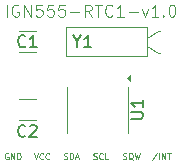
<source format=gbr>
%TF.GenerationSoftware,KiCad,Pcbnew,8.0.5*%
%TF.CreationDate,2025-10-26T06:15:10+01:00*%
%TF.ProjectId,FRTC8563S,46525443-3835-4363-9353-2e6b69636164,rev?*%
%TF.SameCoordinates,Original*%
%TF.FileFunction,Legend,Top*%
%TF.FilePolarity,Positive*%
%FSLAX46Y46*%
G04 Gerber Fmt 4.6, Leading zero omitted, Abs format (unit mm)*
G04 Created by KiCad (PCBNEW 8.0.5) date 2025-10-26 06:15:10*
%MOMM*%
%LPD*%
G01*
G04 APERTURE LIST*
%ADD10C,0.100000*%
%ADD11C,0.150000*%
%ADD12C,0.120000*%
G04 APERTURE END LIST*
D10*
X148661027Y-56909800D02*
X148732455Y-56933609D01*
X148732455Y-56933609D02*
X148851503Y-56933609D01*
X148851503Y-56933609D02*
X148899122Y-56909800D01*
X148899122Y-56909800D02*
X148922931Y-56885990D01*
X148922931Y-56885990D02*
X148946741Y-56838371D01*
X148946741Y-56838371D02*
X148946741Y-56790752D01*
X148946741Y-56790752D02*
X148922931Y-56743133D01*
X148922931Y-56743133D02*
X148899122Y-56719323D01*
X148899122Y-56719323D02*
X148851503Y-56695514D01*
X148851503Y-56695514D02*
X148756265Y-56671704D01*
X148756265Y-56671704D02*
X148708646Y-56647895D01*
X148708646Y-56647895D02*
X148684836Y-56624085D01*
X148684836Y-56624085D02*
X148661027Y-56576466D01*
X148661027Y-56576466D02*
X148661027Y-56528847D01*
X148661027Y-56528847D02*
X148684836Y-56481228D01*
X148684836Y-56481228D02*
X148708646Y-56457419D01*
X148708646Y-56457419D02*
X148756265Y-56433609D01*
X148756265Y-56433609D02*
X148875312Y-56433609D01*
X148875312Y-56433609D02*
X148946741Y-56457419D01*
X149446740Y-56885990D02*
X149422931Y-56909800D01*
X149422931Y-56909800D02*
X149351502Y-56933609D01*
X149351502Y-56933609D02*
X149303883Y-56933609D01*
X149303883Y-56933609D02*
X149232455Y-56909800D01*
X149232455Y-56909800D02*
X149184836Y-56862180D01*
X149184836Y-56862180D02*
X149161026Y-56814561D01*
X149161026Y-56814561D02*
X149137217Y-56719323D01*
X149137217Y-56719323D02*
X149137217Y-56647895D01*
X149137217Y-56647895D02*
X149161026Y-56552657D01*
X149161026Y-56552657D02*
X149184836Y-56505038D01*
X149184836Y-56505038D02*
X149232455Y-56457419D01*
X149232455Y-56457419D02*
X149303883Y-56433609D01*
X149303883Y-56433609D02*
X149351502Y-56433609D01*
X149351502Y-56433609D02*
X149422931Y-56457419D01*
X149422931Y-56457419D02*
X149446740Y-56481228D01*
X149899121Y-56933609D02*
X149661026Y-56933609D01*
X149661026Y-56933609D02*
X149661026Y-56433609D01*
X141303884Y-44872419D02*
X141303884Y-43872419D01*
X142303883Y-43920038D02*
X142208645Y-43872419D01*
X142208645Y-43872419D02*
X142065788Y-43872419D01*
X142065788Y-43872419D02*
X141922931Y-43920038D01*
X141922931Y-43920038D02*
X141827693Y-44015276D01*
X141827693Y-44015276D02*
X141780074Y-44110514D01*
X141780074Y-44110514D02*
X141732455Y-44300990D01*
X141732455Y-44300990D02*
X141732455Y-44443847D01*
X141732455Y-44443847D02*
X141780074Y-44634323D01*
X141780074Y-44634323D02*
X141827693Y-44729561D01*
X141827693Y-44729561D02*
X141922931Y-44824800D01*
X141922931Y-44824800D02*
X142065788Y-44872419D01*
X142065788Y-44872419D02*
X142161026Y-44872419D01*
X142161026Y-44872419D02*
X142303883Y-44824800D01*
X142303883Y-44824800D02*
X142351502Y-44777180D01*
X142351502Y-44777180D02*
X142351502Y-44443847D01*
X142351502Y-44443847D02*
X142161026Y-44443847D01*
X142780074Y-44872419D02*
X142780074Y-43872419D01*
X142780074Y-43872419D02*
X143351502Y-44872419D01*
X143351502Y-44872419D02*
X143351502Y-43872419D01*
X144303883Y-43872419D02*
X143827693Y-43872419D01*
X143827693Y-43872419D02*
X143780074Y-44348609D01*
X143780074Y-44348609D02*
X143827693Y-44300990D01*
X143827693Y-44300990D02*
X143922931Y-44253371D01*
X143922931Y-44253371D02*
X144161026Y-44253371D01*
X144161026Y-44253371D02*
X144256264Y-44300990D01*
X144256264Y-44300990D02*
X144303883Y-44348609D01*
X144303883Y-44348609D02*
X144351502Y-44443847D01*
X144351502Y-44443847D02*
X144351502Y-44681942D01*
X144351502Y-44681942D02*
X144303883Y-44777180D01*
X144303883Y-44777180D02*
X144256264Y-44824800D01*
X144256264Y-44824800D02*
X144161026Y-44872419D01*
X144161026Y-44872419D02*
X143922931Y-44872419D01*
X143922931Y-44872419D02*
X143827693Y-44824800D01*
X143827693Y-44824800D02*
X143780074Y-44777180D01*
X145256264Y-43872419D02*
X144780074Y-43872419D01*
X144780074Y-43872419D02*
X144732455Y-44348609D01*
X144732455Y-44348609D02*
X144780074Y-44300990D01*
X144780074Y-44300990D02*
X144875312Y-44253371D01*
X144875312Y-44253371D02*
X145113407Y-44253371D01*
X145113407Y-44253371D02*
X145208645Y-44300990D01*
X145208645Y-44300990D02*
X145256264Y-44348609D01*
X145256264Y-44348609D02*
X145303883Y-44443847D01*
X145303883Y-44443847D02*
X145303883Y-44681942D01*
X145303883Y-44681942D02*
X145256264Y-44777180D01*
X145256264Y-44777180D02*
X145208645Y-44824800D01*
X145208645Y-44824800D02*
X145113407Y-44872419D01*
X145113407Y-44872419D02*
X144875312Y-44872419D01*
X144875312Y-44872419D02*
X144780074Y-44824800D01*
X144780074Y-44824800D02*
X144732455Y-44777180D01*
X146208645Y-43872419D02*
X145732455Y-43872419D01*
X145732455Y-43872419D02*
X145684836Y-44348609D01*
X145684836Y-44348609D02*
X145732455Y-44300990D01*
X145732455Y-44300990D02*
X145827693Y-44253371D01*
X145827693Y-44253371D02*
X146065788Y-44253371D01*
X146065788Y-44253371D02*
X146161026Y-44300990D01*
X146161026Y-44300990D02*
X146208645Y-44348609D01*
X146208645Y-44348609D02*
X146256264Y-44443847D01*
X146256264Y-44443847D02*
X146256264Y-44681942D01*
X146256264Y-44681942D02*
X146208645Y-44777180D01*
X146208645Y-44777180D02*
X146161026Y-44824800D01*
X146161026Y-44824800D02*
X146065788Y-44872419D01*
X146065788Y-44872419D02*
X145827693Y-44872419D01*
X145827693Y-44872419D02*
X145732455Y-44824800D01*
X145732455Y-44824800D02*
X145684836Y-44777180D01*
X146684836Y-44491466D02*
X147446741Y-44491466D01*
X148494359Y-44872419D02*
X148161026Y-44396228D01*
X147922931Y-44872419D02*
X147922931Y-43872419D01*
X147922931Y-43872419D02*
X148303883Y-43872419D01*
X148303883Y-43872419D02*
X148399121Y-43920038D01*
X148399121Y-43920038D02*
X148446740Y-43967657D01*
X148446740Y-43967657D02*
X148494359Y-44062895D01*
X148494359Y-44062895D02*
X148494359Y-44205752D01*
X148494359Y-44205752D02*
X148446740Y-44300990D01*
X148446740Y-44300990D02*
X148399121Y-44348609D01*
X148399121Y-44348609D02*
X148303883Y-44396228D01*
X148303883Y-44396228D02*
X147922931Y-44396228D01*
X148780074Y-43872419D02*
X149351502Y-43872419D01*
X149065788Y-44872419D02*
X149065788Y-43872419D01*
X150256264Y-44777180D02*
X150208645Y-44824800D01*
X150208645Y-44824800D02*
X150065788Y-44872419D01*
X150065788Y-44872419D02*
X149970550Y-44872419D01*
X149970550Y-44872419D02*
X149827693Y-44824800D01*
X149827693Y-44824800D02*
X149732455Y-44729561D01*
X149732455Y-44729561D02*
X149684836Y-44634323D01*
X149684836Y-44634323D02*
X149637217Y-44443847D01*
X149637217Y-44443847D02*
X149637217Y-44300990D01*
X149637217Y-44300990D02*
X149684836Y-44110514D01*
X149684836Y-44110514D02*
X149732455Y-44015276D01*
X149732455Y-44015276D02*
X149827693Y-43920038D01*
X149827693Y-43920038D02*
X149970550Y-43872419D01*
X149970550Y-43872419D02*
X150065788Y-43872419D01*
X150065788Y-43872419D02*
X150208645Y-43920038D01*
X150208645Y-43920038D02*
X150256264Y-43967657D01*
X151208645Y-44872419D02*
X150637217Y-44872419D01*
X150922931Y-44872419D02*
X150922931Y-43872419D01*
X150922931Y-43872419D02*
X150827693Y-44015276D01*
X150827693Y-44015276D02*
X150732455Y-44110514D01*
X150732455Y-44110514D02*
X150637217Y-44158133D01*
X151637217Y-44491466D02*
X152399122Y-44491466D01*
X152780074Y-44205752D02*
X153018169Y-44872419D01*
X153018169Y-44872419D02*
X153256264Y-44205752D01*
X154161026Y-44872419D02*
X153589598Y-44872419D01*
X153875312Y-44872419D02*
X153875312Y-43872419D01*
X153875312Y-43872419D02*
X153780074Y-44015276D01*
X153780074Y-44015276D02*
X153684836Y-44110514D01*
X153684836Y-44110514D02*
X153589598Y-44158133D01*
X154589598Y-44777180D02*
X154637217Y-44824800D01*
X154637217Y-44824800D02*
X154589598Y-44872419D01*
X154589598Y-44872419D02*
X154541979Y-44824800D01*
X154541979Y-44824800D02*
X154589598Y-44777180D01*
X154589598Y-44777180D02*
X154589598Y-44872419D01*
X155256264Y-43872419D02*
X155351502Y-43872419D01*
X155351502Y-43872419D02*
X155446740Y-43920038D01*
X155446740Y-43920038D02*
X155494359Y-43967657D01*
X155494359Y-43967657D02*
X155541978Y-44062895D01*
X155541978Y-44062895D02*
X155589597Y-44253371D01*
X155589597Y-44253371D02*
X155589597Y-44491466D01*
X155589597Y-44491466D02*
X155541978Y-44681942D01*
X155541978Y-44681942D02*
X155494359Y-44777180D01*
X155494359Y-44777180D02*
X155446740Y-44824800D01*
X155446740Y-44824800D02*
X155351502Y-44872419D01*
X155351502Y-44872419D02*
X155256264Y-44872419D01*
X155256264Y-44872419D02*
X155161026Y-44824800D01*
X155161026Y-44824800D02*
X155113407Y-44777180D01*
X155113407Y-44777180D02*
X155065788Y-44681942D01*
X155065788Y-44681942D02*
X155018169Y-44491466D01*
X155018169Y-44491466D02*
X155018169Y-44253371D01*
X155018169Y-44253371D02*
X155065788Y-44062895D01*
X155065788Y-44062895D02*
X155113407Y-43967657D01*
X155113407Y-43967657D02*
X155161026Y-43920038D01*
X155161026Y-43920038D02*
X155256264Y-43872419D01*
X141446741Y-56457419D02*
X141399122Y-56433609D01*
X141399122Y-56433609D02*
X141327693Y-56433609D01*
X141327693Y-56433609D02*
X141256265Y-56457419D01*
X141256265Y-56457419D02*
X141208646Y-56505038D01*
X141208646Y-56505038D02*
X141184836Y-56552657D01*
X141184836Y-56552657D02*
X141161027Y-56647895D01*
X141161027Y-56647895D02*
X141161027Y-56719323D01*
X141161027Y-56719323D02*
X141184836Y-56814561D01*
X141184836Y-56814561D02*
X141208646Y-56862180D01*
X141208646Y-56862180D02*
X141256265Y-56909800D01*
X141256265Y-56909800D02*
X141327693Y-56933609D01*
X141327693Y-56933609D02*
X141375312Y-56933609D01*
X141375312Y-56933609D02*
X141446741Y-56909800D01*
X141446741Y-56909800D02*
X141470550Y-56885990D01*
X141470550Y-56885990D02*
X141470550Y-56719323D01*
X141470550Y-56719323D02*
X141375312Y-56719323D01*
X141684836Y-56933609D02*
X141684836Y-56433609D01*
X141684836Y-56433609D02*
X141970550Y-56933609D01*
X141970550Y-56933609D02*
X141970550Y-56433609D01*
X142208646Y-56933609D02*
X142208646Y-56433609D01*
X142208646Y-56433609D02*
X142327694Y-56433609D01*
X142327694Y-56433609D02*
X142399122Y-56457419D01*
X142399122Y-56457419D02*
X142446741Y-56505038D01*
X142446741Y-56505038D02*
X142470551Y-56552657D01*
X142470551Y-56552657D02*
X142494360Y-56647895D01*
X142494360Y-56647895D02*
X142494360Y-56719323D01*
X142494360Y-56719323D02*
X142470551Y-56814561D01*
X142470551Y-56814561D02*
X142446741Y-56862180D01*
X142446741Y-56862180D02*
X142399122Y-56909800D01*
X142399122Y-56909800D02*
X142327694Y-56933609D01*
X142327694Y-56933609D02*
X142208646Y-56933609D01*
X154041979Y-56409800D02*
X153613408Y-57052657D01*
X154208646Y-56933609D02*
X154208646Y-56433609D01*
X154446741Y-56933609D02*
X154446741Y-56433609D01*
X154446741Y-56433609D02*
X154732455Y-56933609D01*
X154732455Y-56933609D02*
X154732455Y-56433609D01*
X154899123Y-56433609D02*
X155184837Y-56433609D01*
X155041980Y-56933609D02*
X155041980Y-56433609D01*
X151161027Y-56909800D02*
X151232455Y-56933609D01*
X151232455Y-56933609D02*
X151351503Y-56933609D01*
X151351503Y-56933609D02*
X151399122Y-56909800D01*
X151399122Y-56909800D02*
X151422931Y-56885990D01*
X151422931Y-56885990D02*
X151446741Y-56838371D01*
X151446741Y-56838371D02*
X151446741Y-56790752D01*
X151446741Y-56790752D02*
X151422931Y-56743133D01*
X151422931Y-56743133D02*
X151399122Y-56719323D01*
X151399122Y-56719323D02*
X151351503Y-56695514D01*
X151351503Y-56695514D02*
X151256265Y-56671704D01*
X151256265Y-56671704D02*
X151208646Y-56647895D01*
X151208646Y-56647895D02*
X151184836Y-56624085D01*
X151184836Y-56624085D02*
X151161027Y-56576466D01*
X151161027Y-56576466D02*
X151161027Y-56528847D01*
X151161027Y-56528847D02*
X151184836Y-56481228D01*
X151184836Y-56481228D02*
X151208646Y-56457419D01*
X151208646Y-56457419D02*
X151256265Y-56433609D01*
X151256265Y-56433609D02*
X151375312Y-56433609D01*
X151375312Y-56433609D02*
X151446741Y-56457419D01*
X151994359Y-56981228D02*
X151946740Y-56957419D01*
X151946740Y-56957419D02*
X151899121Y-56909800D01*
X151899121Y-56909800D02*
X151827693Y-56838371D01*
X151827693Y-56838371D02*
X151780074Y-56814561D01*
X151780074Y-56814561D02*
X151732455Y-56814561D01*
X151756264Y-56933609D02*
X151708645Y-56909800D01*
X151708645Y-56909800D02*
X151661026Y-56862180D01*
X151661026Y-56862180D02*
X151637217Y-56766942D01*
X151637217Y-56766942D02*
X151637217Y-56600276D01*
X151637217Y-56600276D02*
X151661026Y-56505038D01*
X151661026Y-56505038D02*
X151708645Y-56457419D01*
X151708645Y-56457419D02*
X151756264Y-56433609D01*
X151756264Y-56433609D02*
X151851502Y-56433609D01*
X151851502Y-56433609D02*
X151899121Y-56457419D01*
X151899121Y-56457419D02*
X151946740Y-56505038D01*
X151946740Y-56505038D02*
X151970550Y-56600276D01*
X151970550Y-56600276D02*
X151970550Y-56766942D01*
X151970550Y-56766942D02*
X151946740Y-56862180D01*
X151946740Y-56862180D02*
X151899121Y-56909800D01*
X151899121Y-56909800D02*
X151851502Y-56933609D01*
X151851502Y-56933609D02*
X151756264Y-56933609D01*
X152137217Y-56433609D02*
X152256265Y-56933609D01*
X152256265Y-56933609D02*
X152351503Y-56576466D01*
X152351503Y-56576466D02*
X152446741Y-56933609D01*
X152446741Y-56933609D02*
X152565789Y-56433609D01*
X146161027Y-56909800D02*
X146232455Y-56933609D01*
X146232455Y-56933609D02*
X146351503Y-56933609D01*
X146351503Y-56933609D02*
X146399122Y-56909800D01*
X146399122Y-56909800D02*
X146422931Y-56885990D01*
X146422931Y-56885990D02*
X146446741Y-56838371D01*
X146446741Y-56838371D02*
X146446741Y-56790752D01*
X146446741Y-56790752D02*
X146422931Y-56743133D01*
X146422931Y-56743133D02*
X146399122Y-56719323D01*
X146399122Y-56719323D02*
X146351503Y-56695514D01*
X146351503Y-56695514D02*
X146256265Y-56671704D01*
X146256265Y-56671704D02*
X146208646Y-56647895D01*
X146208646Y-56647895D02*
X146184836Y-56624085D01*
X146184836Y-56624085D02*
X146161027Y-56576466D01*
X146161027Y-56576466D02*
X146161027Y-56528847D01*
X146161027Y-56528847D02*
X146184836Y-56481228D01*
X146184836Y-56481228D02*
X146208646Y-56457419D01*
X146208646Y-56457419D02*
X146256265Y-56433609D01*
X146256265Y-56433609D02*
X146375312Y-56433609D01*
X146375312Y-56433609D02*
X146446741Y-56457419D01*
X146661026Y-56933609D02*
X146661026Y-56433609D01*
X146661026Y-56433609D02*
X146780074Y-56433609D01*
X146780074Y-56433609D02*
X146851502Y-56457419D01*
X146851502Y-56457419D02*
X146899121Y-56505038D01*
X146899121Y-56505038D02*
X146922931Y-56552657D01*
X146922931Y-56552657D02*
X146946740Y-56647895D01*
X146946740Y-56647895D02*
X146946740Y-56719323D01*
X146946740Y-56719323D02*
X146922931Y-56814561D01*
X146922931Y-56814561D02*
X146899121Y-56862180D01*
X146899121Y-56862180D02*
X146851502Y-56909800D01*
X146851502Y-56909800D02*
X146780074Y-56933609D01*
X146780074Y-56933609D02*
X146661026Y-56933609D01*
X147137217Y-56790752D02*
X147375312Y-56790752D01*
X147089598Y-56933609D02*
X147256264Y-56433609D01*
X147256264Y-56433609D02*
X147422931Y-56933609D01*
X143613408Y-56433609D02*
X143780074Y-56933609D01*
X143780074Y-56933609D02*
X143946741Y-56433609D01*
X144399121Y-56885990D02*
X144375312Y-56909800D01*
X144375312Y-56909800D02*
X144303883Y-56933609D01*
X144303883Y-56933609D02*
X144256264Y-56933609D01*
X144256264Y-56933609D02*
X144184836Y-56909800D01*
X144184836Y-56909800D02*
X144137217Y-56862180D01*
X144137217Y-56862180D02*
X144113407Y-56814561D01*
X144113407Y-56814561D02*
X144089598Y-56719323D01*
X144089598Y-56719323D02*
X144089598Y-56647895D01*
X144089598Y-56647895D02*
X144113407Y-56552657D01*
X144113407Y-56552657D02*
X144137217Y-56505038D01*
X144137217Y-56505038D02*
X144184836Y-56457419D01*
X144184836Y-56457419D02*
X144256264Y-56433609D01*
X144256264Y-56433609D02*
X144303883Y-56433609D01*
X144303883Y-56433609D02*
X144375312Y-56457419D01*
X144375312Y-56457419D02*
X144399121Y-56481228D01*
X144899121Y-56885990D02*
X144875312Y-56909800D01*
X144875312Y-56909800D02*
X144803883Y-56933609D01*
X144803883Y-56933609D02*
X144756264Y-56933609D01*
X144756264Y-56933609D02*
X144684836Y-56909800D01*
X144684836Y-56909800D02*
X144637217Y-56862180D01*
X144637217Y-56862180D02*
X144613407Y-56814561D01*
X144613407Y-56814561D02*
X144589598Y-56719323D01*
X144589598Y-56719323D02*
X144589598Y-56647895D01*
X144589598Y-56647895D02*
X144613407Y-56552657D01*
X144613407Y-56552657D02*
X144637217Y-56505038D01*
X144637217Y-56505038D02*
X144684836Y-56457419D01*
X144684836Y-56457419D02*
X144756264Y-56433609D01*
X144756264Y-56433609D02*
X144803883Y-56433609D01*
X144803883Y-56433609D02*
X144875312Y-56457419D01*
X144875312Y-56457419D02*
X144899121Y-56481228D01*
D11*
X147273809Y-46978628D02*
X147273809Y-47454819D01*
X146940476Y-46454819D02*
X147273809Y-46978628D01*
X147273809Y-46978628D02*
X147607142Y-46454819D01*
X148464285Y-47454819D02*
X147892857Y-47454819D01*
X148178571Y-47454819D02*
X148178571Y-46454819D01*
X148178571Y-46454819D02*
X148083333Y-46597676D01*
X148083333Y-46597676D02*
X147988095Y-46692914D01*
X147988095Y-46692914D02*
X147892857Y-46740533D01*
X151854819Y-53511904D02*
X152664342Y-53511904D01*
X152664342Y-53511904D02*
X152759580Y-53464285D01*
X152759580Y-53464285D02*
X152807200Y-53416666D01*
X152807200Y-53416666D02*
X152854819Y-53321428D01*
X152854819Y-53321428D02*
X152854819Y-53130952D01*
X152854819Y-53130952D02*
X152807200Y-53035714D01*
X152807200Y-53035714D02*
X152759580Y-52988095D01*
X152759580Y-52988095D02*
X152664342Y-52940476D01*
X152664342Y-52940476D02*
X151854819Y-52940476D01*
X152854819Y-51940476D02*
X152854819Y-52511904D01*
X152854819Y-52226190D02*
X151854819Y-52226190D01*
X151854819Y-52226190D02*
X151997676Y-52321428D01*
X151997676Y-52321428D02*
X152092914Y-52416666D01*
X152092914Y-52416666D02*
X152140533Y-52511904D01*
X142895833Y-47359580D02*
X142848214Y-47407200D01*
X142848214Y-47407200D02*
X142705357Y-47454819D01*
X142705357Y-47454819D02*
X142610119Y-47454819D01*
X142610119Y-47454819D02*
X142467262Y-47407200D01*
X142467262Y-47407200D02*
X142372024Y-47311961D01*
X142372024Y-47311961D02*
X142324405Y-47216723D01*
X142324405Y-47216723D02*
X142276786Y-47026247D01*
X142276786Y-47026247D02*
X142276786Y-46883390D01*
X142276786Y-46883390D02*
X142324405Y-46692914D01*
X142324405Y-46692914D02*
X142372024Y-46597676D01*
X142372024Y-46597676D02*
X142467262Y-46502438D01*
X142467262Y-46502438D02*
X142610119Y-46454819D01*
X142610119Y-46454819D02*
X142705357Y-46454819D01*
X142705357Y-46454819D02*
X142848214Y-46502438D01*
X142848214Y-46502438D02*
X142895833Y-46550057D01*
X143848214Y-47454819D02*
X143276786Y-47454819D01*
X143562500Y-47454819D02*
X143562500Y-46454819D01*
X143562500Y-46454819D02*
X143467262Y-46597676D01*
X143467262Y-46597676D02*
X143372024Y-46692914D01*
X143372024Y-46692914D02*
X143276786Y-46740533D01*
X142895833Y-54959580D02*
X142848214Y-55007200D01*
X142848214Y-55007200D02*
X142705357Y-55054819D01*
X142705357Y-55054819D02*
X142610119Y-55054819D01*
X142610119Y-55054819D02*
X142467262Y-55007200D01*
X142467262Y-55007200D02*
X142372024Y-54911961D01*
X142372024Y-54911961D02*
X142324405Y-54816723D01*
X142324405Y-54816723D02*
X142276786Y-54626247D01*
X142276786Y-54626247D02*
X142276786Y-54483390D01*
X142276786Y-54483390D02*
X142324405Y-54292914D01*
X142324405Y-54292914D02*
X142372024Y-54197676D01*
X142372024Y-54197676D02*
X142467262Y-54102438D01*
X142467262Y-54102438D02*
X142610119Y-54054819D01*
X142610119Y-54054819D02*
X142705357Y-54054819D01*
X142705357Y-54054819D02*
X142848214Y-54102438D01*
X142848214Y-54102438D02*
X142895833Y-54150057D01*
X143276786Y-54150057D02*
X143324405Y-54102438D01*
X143324405Y-54102438D02*
X143419643Y-54054819D01*
X143419643Y-54054819D02*
X143657738Y-54054819D01*
X143657738Y-54054819D02*
X143752976Y-54102438D01*
X143752976Y-54102438D02*
X143800595Y-54150057D01*
X143800595Y-54150057D02*
X143848214Y-54245295D01*
X143848214Y-54245295D02*
X143848214Y-54340533D01*
X143848214Y-54340533D02*
X143800595Y-54483390D01*
X143800595Y-54483390D02*
X143229167Y-55054819D01*
X143229167Y-55054819D02*
X143848214Y-55054819D01*
D12*
%TO.C,Y1*%
X146300000Y-45770000D02*
X146300000Y-48230000D01*
X146300000Y-48230000D02*
X153200000Y-48230000D01*
X153200000Y-45770000D02*
X146300000Y-45770000D01*
X153200000Y-46650000D02*
X154100000Y-46050000D01*
X153200000Y-47350000D02*
X154100000Y-47950000D01*
X153200000Y-48230000D02*
X153200000Y-45770000D01*
X154100000Y-46050000D02*
X154300000Y-46050000D01*
X154100000Y-47950000D02*
X154300000Y-47950000D01*
%TO.C,U1*%
X146440000Y-52750000D02*
X146440000Y-50800000D01*
X146440000Y-52750000D02*
X146440000Y-54700000D01*
X151560000Y-52750000D02*
X151560000Y-50800000D01*
X151560000Y-52750000D02*
X151560000Y-54700000D01*
X151795000Y-50290000D02*
X151465000Y-50050000D01*
X151795000Y-49810000D01*
X151795000Y-50290000D01*
G36*
X151795000Y-50290000D02*
G01*
X151465000Y-50050000D01*
X151795000Y-49810000D01*
X151795000Y-50290000D01*
G37*
%TO.C,C1*%
X143773752Y-46090000D02*
X142351248Y-46090000D01*
X143773752Y-47910000D02*
X142351248Y-47910000D01*
%TO.C,C2*%
X143773752Y-51840000D02*
X142351248Y-51840000D01*
X143773752Y-53660000D02*
X142351248Y-53660000D01*
%TD*%
M02*

</source>
